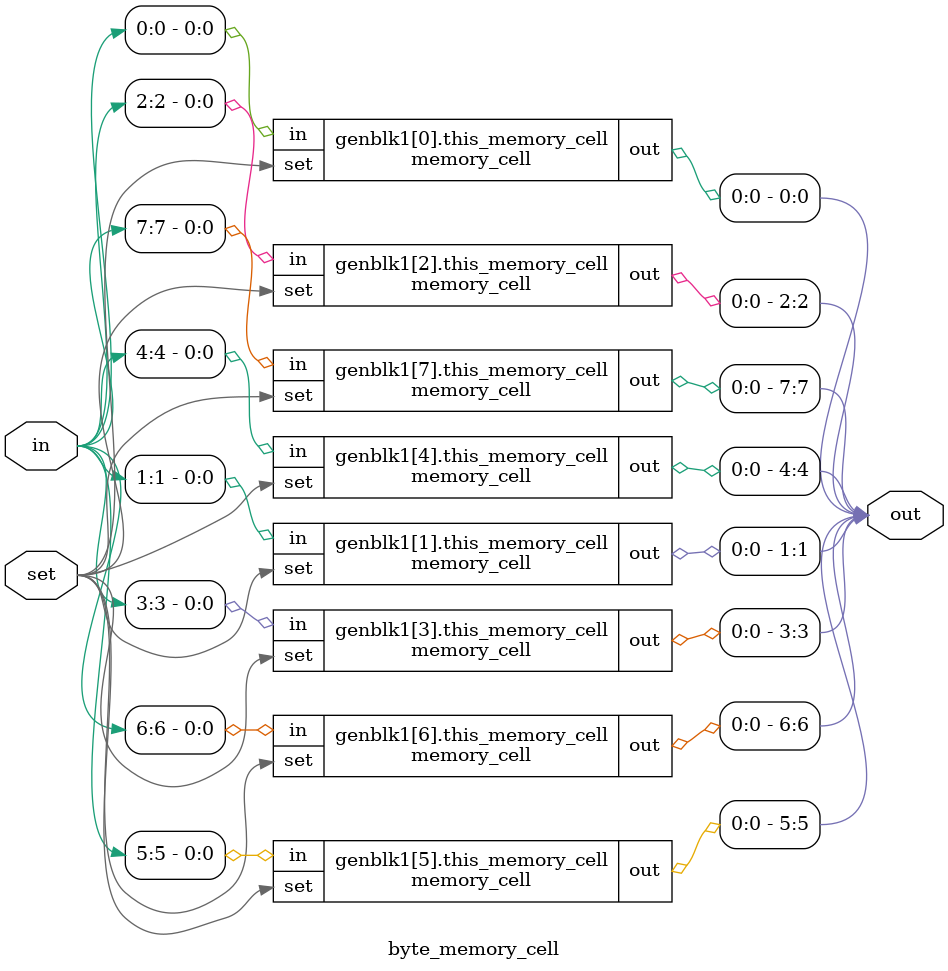
<source format=v>
module memory_cell(input in, set, output out);
  wire a, b, c;
  assign a = ~(in&set);
  assign b = ~(a&set);
  assign out = ~(a&c);
  assign c = ~(b&o);
endmodule

module byte_memory_cell(input [7:0] in, input set, output [7:0] out);
  
  generate
    genvar i;
    for(i = 0 ; i < 8 ; i=i+1)begin
      memory_cell this_memory_cell(.in(in[i]), .set(set), .out(out[i]));
    end
  endgenerate

endmodule

</source>
